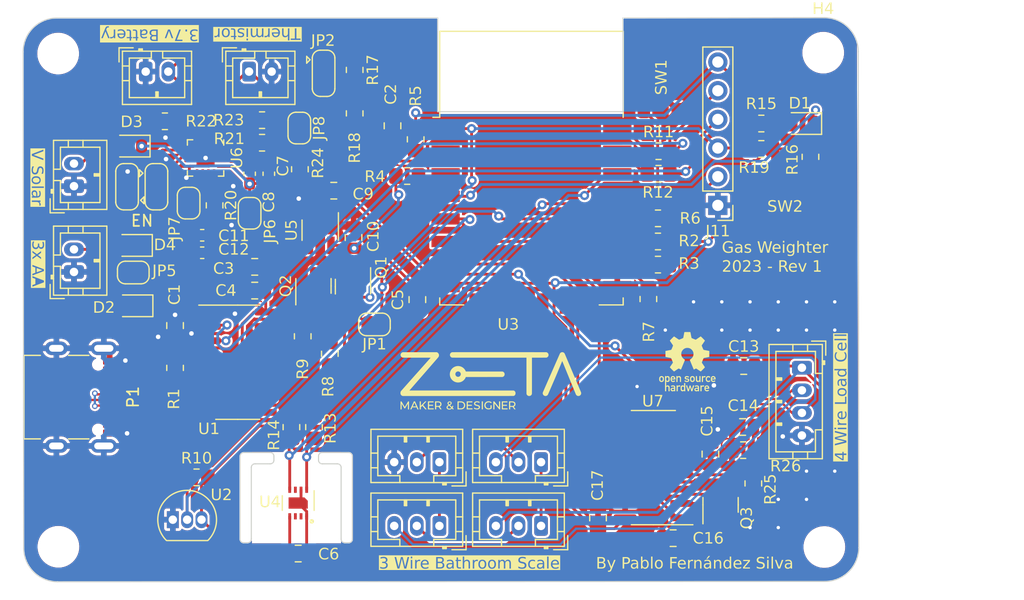
<source format=kicad_pcb>
(kicad_pcb (version 20240108) (generator "pcbnew") (generator_version "8.0")
  (title_block (comment 4 "AISLER Project ID: EQFQYMCR"))
  (layers (0 "F.Cu" signal) (31 "B.Cu" signal) (34 "B.Paste" user) (35 "F.Paste" user) (36 "B.SilkS" user "B.Silkscreen") (37 "F.SilkS" user "F.Silkscreen") (38 "B.Mask" user) (39 "F.Mask" user) (44 "Edge.Cuts" user))
  (property "AUTHOR_1" "Pablo Fernández Silva")
  (property "AUTHOR_2" "")
  (property "AUTHOR_3" "")
  (property "SUBTITLE" "ESP8266 Version")
  (net 0 "")
  (net 1 "Net-(U1-V3)")
  (net 2 "GND")
  (net 3 "/MCU/nRST")
  (net 4 "VBUS")
  (net 5 "+3.3V")
  (net 6 "Net-(D2-K)")
  (net 7 "VCC")
  (net 8 "/E+")
  (net 9 "Net-(U7-VFB)")
  (net 10 "Net-(U7-VBG)")
  (net 11 "/MCU/GPIO16")
  (net 12 "Net-(D1-A)")
  (net 13 "VDC")
  (net 14 "VAA")
  (net 15 "VBatt")
  (net 16 "Net-(J6-Pin_1)")
  (net 17 "Net-(J6-Pin_2)")
  (net 18 "Net-(J7-Pin_1)")
  (net 19 "/A-")
  (net 20 "Net-(J8-Pin_2)")
  (net 21 "/A+")
  (net 22 "/MCU/GPIO0")
  (net 23 "/MCU/TX")
  (net 24 "/MCU/RX")
  (net 25 "Net-(J12-Pin_1)")
  (net 26 "Net-(JP2-C)")
  (net 27 "/Power/EN1")
  (net 28 "/Power/EN2")
  (net 29 "Net-(JP7-A)")
  (net 30 "Net-(JP8-A)")
  (net 31 "Net-(P1-CC)")
  (net 32 "/D-")
  (net 33 "/D+")
  (net 35 "Net-(Q1-B)")
  (net 36 "Net-(Q1-E)")
  (net 37 "Net-(Q2-B)")
  (net 38 "Net-(Q2-E)")
  (net 39 "Net-(Q3-B)")
  (net 40 "/MCU/GPIO2")
  (net 41 "/MCU/EN")
  (net 42 "Net-(R6-Pad1)")
  (net 43 "/MCU/GPIO15")
  (net 44 "/MCU/1-Wire")
  (net 45 "Net-(U3-GPIO1{slash}TXD)")
  (net 46 "Net-(U3-GPIO3{slash}RXD)")
  (net 47 "/MCU/SDA")
  (net 48 "/MCU/SCL")
  (net 49 "Net-(R16-Pad1)")
  (net 50 "/MCU/VBATT")
  (net 51 "Net-(U6-ILIM)")
  (net 52 "Net-(U6-ITERM)")
  (net 53 "Net-(U6-~{CE})")
  (net 54 "Net-(U6-ISET)")
  (net 62 "/MCU/DOUT")
  (net 63 "/MCU/SCK")
  (footprint "Capacitor_SMD:C_0805_2012Metric" (layer "F.Cu") (at 166.9425 98.1875)
    (property "Reference" "C13")
    (property "Value" "10uF")
  )
  (footprint "Capacitor_SMD:C_0603_1608Metric_Pad1.08x0.95mm_HandSolder" (layer "F.Cu") (at 123.2 81.15 90)
    (property "Reference" "C8")
    (property "Value" "1uF")
  )
  (footprint "MountingHole:MountingHole_3.2mm_M3_ISO7380" (layer "F.Cu") (at 106.25 70.5)
    (property "Reference" "H1")
    (property "Value" "MountingHole")
  )
  (footprint "Connector_JST:JST_PH_B2B-PH-K_1x02_P2.00mm_Vertical" (layer "F.Cu") (at 123.15 72.1)
    (property "Reference" "J12" (hide yes))
    (property "Value" "NTC")
  )
  (footprint "Jumper:SolderJumper-2_P1.3mm_Open_RoundedPad1.0x1.5mm" (layer "F.Cu") (at 112.9 89.9 180)
    (property "Reference" "JP5")
    (property "Value" "Override Diode")
  )
  (footprint "Capacitor_SMD:C_0805_2012Metric" (layer "F.Cu") (at 135.85 76.9 90)
    (property "Reference" "C2")
    (property "Value" "470pF")
  )
  (footprint "Resistor_SMD:R_0805_2012Metric_Pad1.20x1.40mm_HandSolder" (layer "F.Cu") (at 159.35 85.1 180)
    (property "Reference" "R6")
    (property "Value" "330")
  )
  (footprint "Resistor_SMD:R_0805_2012Metric_Pad1.20x1.40mm_HandSolder" (layer "F.Cu") (at 172.85 79.65 90)
    (property "Reference" "R16")
    (property "Value" "330")
  )
  (footprint "Connector_JST:JST_PH_B3B-PH-K_1x03_P2.00mm_Vertical" (layer "F.Cu") (at 149 112.35 180)
    (property "Reference" "J9" (hide yes))
    (property "Value" "LR")
  )
  (footprint "Jumper:SolderJumper-3_P1.3mm_Bridged12_RoundedPad1.0x1.5mm" (layer "F.Cu") (at 129.75 72.25 -90)
    (property "Reference" "JP2")
    (property "Value" "BattSelec")
  )
  (footprint "Jumper:SolderJumper-3_P1.3mm_Bridged12_RoundedPad1.0x1.5mm" (layer "F.Cu") (at 114.95 82.3 -90)
    (property "Reference" "JP3" (hide yes))
    (property "Value" "EN1")
  )
  (footprint "Resistor_SMD:R_0805_2012Metric_Pad1.20x1.40mm_HandSolder" (layer "F.Cu") (at 124.3 78.4 180)
    (property "Reference" "R21")
    (property "Value" "10k")
  )
  (footprint "Package_TO_SOT_SMD:SOT-23" (layer "F.Cu") (at 132.35 91.15 -90)
    (property "Reference" "Q1")
    (property "Value" "S8050")
  )
  (footprint "LED_SMD:LED_0805_2012Metric" (layer "F.Cu") (at 172.15 76.7 180)
    (property "Reference" "D1")
    (property "Value" "LED")
  )
  (footprint "Capacitor_SMD:C_0805_2012Metric" (layer "F.Cu") (at 130.65 82.65 180)
    (property "Reference" "C9")
    (property "Value" "10uF")
  )
  (footprint "Resistor_SMD:R_0805_2012Metric_Pad1.20x1.40mm_HandSolder" (layer "F.Cu") (at 137.9 78.1 -90)
    (property "Reference" "R5")
    (property "Value" "10k")
  )
  (footprint "Sensor_Humidity:Sensirion_DFN-8-1EP_2.5x2.5mm_P0.5mm_EP1.1x1.7mm" (layer "F.Cu") (at 127.5 110.325 -90)
    (property "Reference" "U4")
    (property "Value" "SHT31-DIS")
  )
  (footprint "Connector_JST:JST_PH_B3B-PH-K_1x03_P2.00mm_Vertical" (layer "F.Cu") (at 149 106.7 180)
    (property "Reference" "J7" (hide yes))
    (property "Value" "UR")
  )
  (footprint "Resistor_SMD:R_0805_2012Metric_Pad1.20x1.40mm_HandSolder" (layer "F.Cu") (at 128.9 103.6 90)
    (property "Reference" "R13")
    (property "Value" "10k")
  )
  (footprint "Package_SO:SOP-16_3.9x9.9mm_P1.27mm" (layer "F.Cu") (at 158.9425 107.1875 180)
    (property "Reference" "U7")
    (property "Value" "HX711")
  )
  (footprint "Diode_SMD:D_0805_2012Metric" (layer "F.Cu") (at 112.9 87.5 180)
    (property "Reference" "D4")
    (property "Value" "SK34A")
  )
  (footprint "Resistor_SMD:R_0805_2012Metric_Pad1.20x1.40mm_HandSolder" (layer "F.Cu") (at 132.5 75.8 -90)
    (property "Reference" "R18")
    (property "Value" "4.7k")
  )
  (footprint "LOGO" (layer "F.Cu") (at 144.55 99.5)
    (property "Reference" "G***" (hide yes))
    (property "Value" "LOGO" (hide yes))
  )
  (footprint "Library:Button" (layer "F.Cu") (at 170.55 83.65)
    (property "Reference" "SW2")
    (property "Value" "SW_Push")
  )
  (footprint "Resistor_SMD:R_0805_2012Metric_Pad1.20x1.40mm_HandSolder" (layer "F.Cu") (at 137.15 81.35)
    (property "Reference" "R4")
    (property "Value" "10k")
  )
  (footprint "Capacitor_SMD:C_0805_2012Metric" (layer "F.Cu") (at 123.65 91.5 180)
    (property "Reference" "C4")
    (property "Value" "1uF")
  )
  (footprint "Capacitor_SMD:C_0805_2012Metric" (layer "F.Cu") (at 132.4 86.8 90)
    (property "Reference" "C10")
    (property "Value" "10uF")
  )
  (footprint "Resistor_SMD:R_0805_2012Metric_Pad1.20x1.40mm_HandSolder" (layer "F.Cu") (at 118.5 108.05)
    (property "Reference" "R10")
    (property "Value" "4.7k")
  )
  (footprint "Jumper:SolderJumper-2_P1.3mm_Open_RoundedPad1.0x1.5mm" (layer "F.Cu") (at 134.25 94.5 180)
    (property "Reference" "JP1")
    (property "Value" "DeepSleep")
  )
  (footprint "Package_DFN_QFN:VQFN-16-1EP_3x3mm_P0.5mm_EP1.6x1.6mm" (layer "F.Cu") (at 119.3 79.75 -90)
    (property "Reference" "U6")
    (property "Value" "BQ24074RGT")
  )
  (footprint "MountingHole:MountingHole_3.2mm_M3_ISO7380" (layer "F.Cu") (at 174.07868 114.22132)
    (property "Reference" "H3")
    (property "Value" "MountingHole")
  )
  (footprint "Resistor_SMD:R_0805_2012Metric_Pad1.20x1.40mm_HandSolder" (layer "F.Cu") (at 120.1 83.95 -90)
    (property "Reference" "R20")
    (property "Value" "1k")
  )
  (footprint "Capacitor_SMD:C_0805_2012Metric" (layer "F.Cu") (at 116.6 94.6 90)
    (property "Reference" "C1")
    (property "Value" "0.1uF")
  )
  (footprint "Package_SO:SOIC-16_3.9x9.9mm_P1.27mm" (layer "F.Cu") (at 122.15 97.85)
    (property "Reference" "U1")
    (property "Value" "CH340C")
  )
  (footprint "Capacitor_SMD:C_0603_1608Metric_Pad1.08x0.95mm_HandSolder" (layer "F.Cu") (at 119 88.15)
    (property "Reference" "C12")
    (property "Value" "1uF")
  )
  (footprint "Jumper:SolderJumper-2_P1.3mm_Open_RoundedPad1.0x1.5mm" (layer "F.Cu") (at 123.2 84.65 90)
    (property "Reference" "JP6")
    (property "Value" "Override Charger")
  )
  (footprint "Package_TO_SOT_SMD:SOT-23" (layer "F.Cu") (at 128.85 91.0875 90)
    (property "Reference" "Q2")
    (property "Value" "S8050")
  )
  (footprint "Capacitor_SMD:C_0603_1608Metric_Pad1.08x0.95mm_HandSolder" (layer "F.Cu") (at 119 86.6)
    (property "Reference" "C11")
    (property "Value" "10uF")
  )
  (footprint "Library:USB C Molex_1" (layer "F.Cu") (at 108.3 100.94 -90)
    (property "Reference" "P1")
    (property "Value" "USB_C_Plug_USB2.0")
  )
  (footprint "MountingHole:MountingHole_3.2mm_M3_ISO7380" (layer "F.Cu") (at 106.27132 114.2)
    (property "Reference" "H2")
    (property "Value" "MountingHole")
  )
  (footprint "Resistor_SMD:R_0805_2012Metric_Pad1.20x1.40mm_HandSolder" (layer "F.Cu") (at 159.4 79.15)
    (property "Reference" "R11")
    (property "Value" "330")
  )
  (footprint "Resistor_SMD:R_0805_2012Metric_Pad1.20x1.40mm_HandSolder" (layer "F.Cu") (at 115.7 76.5)
    (property "Reference" "R22")
    (property "Value" "10k")
  )
  (footprint "MountingHole:MountingHole_3.2mm_M3_ISO7380" (layer "F.Cu") (at 173.97868 70.42132)
    (property "Reference" "H4")
    (property "Value" "MountingHole")
  )
  (footprint "Diode_SMD:D_0805_2012Metric" (layer "F.Cu") (at 112.7 78.7 180)
    (property "Reference" "D3")
    (property "Value" "SK34A")
  )
  (footprint "Package_TO_SOT_SMD:SOT-23-5_HandSoldering" (layer "F.Cu") (at 129.45 86.15 -90)
    (property "Reference" "U5")
    (property "Value" "NCP115AMX120TCG")
  )
  (footprint "Resistor_SMD:R_0805_2012Metric_Pad1.20x1.40mm_HandSolder" (layer "F.Cu") (at 166.8925 105.6375)
    (property "Reference" "R26")
    (property "Value" "330")
  )
  (footprint "Capacitor_SMD:C_0805_2012Metric" (layer "F.Cu") (at 127.5 114.8)
    (property "Reference" "C6")
    (property "Value" "0.1uF")
  )
  (footprint "Resistor_SMD:R_0805_2012Metric_Pad1.20x1.40mm_HandSolder" (layer "F.Cu") (at 116.6 98.35 90)
    (property "Reference" "R1")
    (property "Value" "4.7k")
  )
  (footprint "Resistor_SMD:R_0805_2012Metric_Pad1.20x1.40mm_HandSolder" (layer "F.Cu") (at 158.5 92.25 90)
    (property "Reference" "R7")
    (property "Value" "10k")
  )
  (footprint "Connector_PinHeader_2.54mm:PinHeader_1x06_P2.54mm_Vertical" (layer "F.Cu") (at 164.65 83.95 180)
    (property "Reference" "J11")
    (property "Value" "External Programming")
  )
  (footprint "Diode_SMD:D_0805_2012Metric" (layer "F.Cu") (at 112.95 92.85 180)
    (property "Reference" "D2")
    (property "Value" "SK34A")
  )
  (footprint "Package_TO_SOT_THT:TO-92_Inline" (layer "F.Cu") (at 116.4 111.8)
    (property "Reference" "U2")
    (property "Value" "DS18B20")
  )
  (footprint "Resistor_SMD:R_0805_2012Metric_Pad1.20x1.40mm_HandSolder" (layer "F.Cu") (at 159.35 87.15 180)
    (property "Reference" "R2")
    (property "Value" "10k")
  )
  (footprint "Package_TO_SOT_SMD:SOT-23" (layer "F.Cu") (at 164.8925 110.4875 90)
    (property "Reference" "Q3")
    (property "Value" "S8550")
  )
  (footprint "Resistor_SMD:R_0805_2012Metric_Pad1.20x1.40mm_HandSolder" (layer "F.Cu") (at 126.9 103.6 90)
    (property "Reference" "R14")
    (property "Value" "10k")
  )
  (footprint "Connector_JST:JST_PH_B3B-PH-K_1x03_P2.00mm_Vertical" (layer "F.Cu") (at 140 106.7 180)
    (property "Reference" "J6" (hide yes))
    (property "Value" "UL")
  )
  (footprint "Connector_JST:JST_PH_B2B-PH-K_1x02_P2.00mm_Vertical" (layer "F.Cu") (at 107.65 82.25 90)
    (property "Reference" "J2" (hide yes))
    (property "Value" "Solar Panel")
  )
  (footprint "Connector_JST:JST_PH_B2B-PH-K_1x02_P2.00mm_Vertical" (layer "F.Cu") (at 114 72.1)
    (property "Reference" "J1" (hide yes))
    (property "Value" "3.7V Battery")
  )
  (footprint "Capacitor_SMD:C_0805_2012Metric" (layer "F.Cu") (at 123.65 89.4 180)
    (property "Reference" "C3")
    (property "Value" "0.1uF")
  )
  (footprint "LOGO" (layer "F.Cu") (at 161.95 97.8)
    (property "Reference" "G***" (hide yes))
    (property "Value" "LOGO" (hide yes))
  )
  (footprint "Resistor_SMD:R_0805_2012Metric_Pad1.20x1.40mm_HandSolder" (layer "F.Cu") (at 132.5 71.95 -90)
    (property "Reference" "R17")
    (property "Value" "10k")
  )
  (footprint "Jumper:SolderJumper-2_P1.3mm_Bridged_RoundedPad1.0x1.5mm" (layer "F.Cu") (at 117.8 83.75 -90)
    (property "Reference" "JP7")
    (property "Value" "Battery_Out")
  )
  (footprint "Resistor_SMD:R_0805_2012Metric_Pad1.20x1.40mm_HandSolder" (layer "F.Cu") (at 127.65 80.75 -90)
    (property "Reference" "R24")
    (property "Value" "10k")
  )
  (footprint "Resistor_SMD:R_0805_2012Metric_Pad1.20x1.40mm_HandSolder" (layer "F.Cu") (at 127.9 95.55 -90)
    (property "Reference" "R9")
    (property "Value" "10k")
  )
  (footprint "Resistor_SMD:R_0805_2012Metric_Pad1.20x1.40mm_HandSolder" (layer "F.Cu") (at 168.5 76.7 180)
    (property "Reference" "R15")
    (property "Value" "330")
  )
  (footprint "Resistor_SMD:R_0805_2012Metric_Pad1.20x1.40mm_HandSolder" (layer "F.Cu") (at 159.4 81.15)
    (property "Reference" "R12")
    (property "Value" "330")
  )
  (footprint "Capacitor_SMD:C_0805_2012Metric" (layer "F.Cu") (at 160.6925 113.4375)
    (property "Reference" "C16")
    (property "Value" "10uF")
  )
  (footprint "Resistor_SMD:R_0805_2012Metric_Pad1.20x1.40mm_HandSolder" (layer "F.Cu") (at 159.35 89.2 180)
    (property "Reference" "R3")
    (property "Value" "10k")
  )
  (footprint "RF_Module:ESP-12E" (layer "F.Cu") (at 148.15 80.65)
    (property "Reference" "U3")
    (property "Value" "ESP-12F")
  )
  (footprint "Capacitor_SMD:C_0805_2012Metric" (layer "F.Cu") (at 138.05 92.3 90)
    (property "Reference" "C5")
    (property "Value" "10uF")
  )
  (footprint "Capacitor_SMD:C_0603_1608Metric_Pad1.08x0.95mm_HandSolder" (layer "F.Cu") (at 124.9 81.15 90)
    (property "Reference" "C7")
    (property "Value" "10uF")
  )
  (footprint "Capacitor_SMD:C_0805_2012Metric" (layer "F.Cu") (at 163.9925 105.9875 -90)
    (property "Reference" "C15")
    (property "Value" "0.1uF")
  )
  (footprint "Capacitor_SMD:C_0805_2012Metric" (layer "F.Cu") (at 154.0425 111.6375 90)
    (property "Reference" "C17")
    (property "Value" "0.1uF")
  )
  (footprint "Resistor_SMD:R_0805_2012Metric_Pad1.20x1.40mm_HandSolder" (layer "F.Cu") (at 167.7925 108.5875 -90)
    (property "Reference" "R25")
    (property "Value" "330")
  )
  (footprint "Jumper:SolderJumper-2_P1.3mm_Bridged_RoundedPad1.0x1.5mm" (layer "F.Cu") (at 127.6 77.1 90)
    (property "Reference" "JP8")
    (property "Value" "NTC Jumper")
  )
  (footprint "Resistor_SMD:R_0805_2012Metric_Pad1.20x1.40mm_HandSolder" (layer "F.Cu") (at 130.3 97.1 90)
    (property "Reference" "R8")
    (property "Value" "10k")
  )
  (footprint "Connector_JST:JST_PH_B4B-PH-K_1x04_P2.00mm_Vertical" (layer "F.Cu") (at 172.0925 98.3375 -90)
    (property "Reference" "J10" (hide yes))
    (property "Value" "4Wire")
  )
  (footprint "Jumper:SolderJumper-3_P1.3mm_Bridged12_RoundedPad1.0x1.5mm" (layer "F.Cu") (at 112.35 82.3 90)
    (property "Reference" "JP4" (hide yes))
    (property "Value" "EN2")
  )
  (footprint "Resistor_SMD:R_0805_2012Metric_Pad1.20x1.40mm_HandSolder" (layer "F.Cu") (at 124.3 76.4)
    (property "Reference" "R23")
    (property "Value" "1k")
  )
  (footprint "Connector_JST:JST_PH_B2B-PH-K_1x02_P2.00mm_Vertical" (layer "F.Cu") (at 107.65 89.85 90)
    (property "Reference" "J3" (hide yes))
    (property "Value" "AA")
  )
  (footprint "Resistor_SMD:R_0805_2012Metric_Pad1.20x1.40mm_HandSolder" (layer "F.Cu") (at 168.5 78.95 180)
    (property "Reference" "R19")
    (property "Value" "330")
  )
  (footprint "Capacitor_SMD:C_0805_2012Metric" (layer "F.Cu") (at 166.8425 103.5875 180)
    (property "Reference" "C14")
    (property "Value" "0.1uF")
  )
  (footprint "Library:Button" (layer "F.Cu") (at 159.6 72.55 90)
    (property "Reference" "SW1")
    (property "Value" "SW_Push")
  )
  (footprint "Connector_JST:JST_PH_B3B-PH-K_1x03_P2.00mm_Vertical" (layer "F.Cu") (at 140 112.35 180)
    (property "Reference" "J8" (hide yes))
    (property "Value" "LL")
  )
  (gr_circle (center 128.7 111.95) (end 128.7 111.9) (stroke (width 0.15)) (fill none) (layer "F.SilkS"))
  (gr_arc (start 123.35 113.5) (mid 123.252444 113.752444) (end 123 113.85) (stroke (width 0.1)) (layer "Edge.Cuts"))
  (gr_line (start 139.85 67.35) (end 106.15 67.35) (stroke (width 0.1)) (layer "Edge.Cuts"))
  (gr_arc (start 125.35 106.55) (mid 125.237132 106.772487) (end 125 106.85) (stroke (width 0.1)) (layer "Edge.Cuts"))
  (gr_line (start 123.7 106.85) (end 125 106.85) (stroke (width 0.1)) (layer "Edge.Cuts"))
  (gr_arc (start 132.3 113.5) (mid 132.222487 113.737132) (end 132 113.85) (stroke (width 0.1)) (layer "Edge.Cuts"))
  (gr_line (start 103.2 114.3) (end 103.15 70.35) (stroke (width 0.1)) (layer "Edge.Cuts"))
  (gr_line (start 131.3 113.5) (end 131.3 107.15) (stroke (width 0.1)) (layer "Edge.Cuts"))
  (gr_arc (start 131.95 105.85) (mid 132.202444 105.947556) (end 132.3 106.2) (stroke (width 0.1)) (layer "Edge.Cuts"))
  (gr_arc (start 177.12868 114.27132) (mid 176.249992 116.39262) (end 174.12868 117.27132) (stroke (width 0.1)) (layer "Edge.Cuts"))
  (gr_line (start 132 113.85) (end 131.65 113.85) (stroke (width 0.1)) (layer "Edge.Cuts"))
  (gr_line (start 129.6 105.85) (end 131.95 105.85) (stroke (width 0.1)) (layer "Edge.Cuts"))
  (gr_line (start 156.25 75.65) (end 139.85 75.65) (stroke (width 0.1)) (layer "Edge.Cuts"))
  (gr_arc (start 106.2 117.3) (mid 104.07868 116.42132) (end 103.2 114.3) (stroke (width 0.1)) (layer "Edge.Cuts"))
  (gr_line (start 132.3 106.2) (end 132.3 113.5) (stroke (width 0.1)) (layer "Edge.Cuts"))
  (gr_arc (start 122.65 113.85) (mid 122.427513 113.737132) (end 122.35 113.5) (stroke (width 0.1)) (layer "Edge.Cuts"))
  (gr_line (start 122.65 113.85) (end 123 113.85) (stroke (width 0.1)) (layer "Edge.Cuts"))
  (gr_line (start 156.25 67.35) (end 156.25 75.65) (stroke (width 0.1)) (layer "Edge.Cuts"))
  (gr_line (start 129.3 106.55) (end 129.3 106.2) (stroke (width 0.1)) (layer "Edge.Cuts"))
  (gr_arc (start 122.35 106.2) (mid 122.447556 105.947556) (end 122.7 105.85) (stroke (width 0.1)) (layer "Edge.Cuts"))
  (gr_line (start 174.07868 67.32132) (end 156.25 67.35) (stroke (width 0.1)) (layer "Edge.Cuts"))
  (gr_line (start 122.35 106.2) (end 122.35 113.5) (stroke (width 0.1)) (layer "Edge.Cuts"))
  (gr_line (start 130.95 106.85) (end 129.65 106.85) (stroke (width 0.1)) (layer "Edge.Cuts"))
  (gr_arc (start 103.15 70.35) (mid 104.02868 68.22868) (end 106.15 67.35) (stroke (width 0.1)) (layer "Edge.Cuts"))
  (gr_arc (start 174.07868 67.32132) (mid 176.200006 68.199994) (end 177.07868 70.32132) (stroke (width 0.1)) (layer "Edge.Cuts"))
  (gr_line (start 177.12868 114.27132) (end 177.07868 70.32132) (stroke (width 0.1)) (layer "Edge.Cuts"))
  (gr_arc (start 129.65 106.85) (mid 129.412868 106.772487) (end 129.3 106.55) (stroke (width 0.1)) (layer "Edge.Cuts"))
  (gr_arc (start 130.95 106.85) (mid 131.187132 106.927513) (end 131.3 107.15) (stroke (width 0.1)) (layer "Edge.Cuts"))
  (gr_line (start 125.05 105.85) (end 122.7 105.85) (stroke (width 0.1)) (layer "Edge.Cuts"))
  (gr_line (start 125.35 106.55) (end 125.35 106.2) (stroke (width 0.1)) (layer "Edge.Cuts"))
  (gr_line (start 106.2 117.3) (end 174.12868 117.27132) (stroke (width 0.1)) (layer "Edge.Cuts"))
  (gr_arc (start 129.3 106.2) (mid 129.377513 105.962868) (end 129.6 105.85) (stroke (width 0.1)) (layer "Edge.Cuts"))
  (gr_arc (start 131.65 113.85) (mid 131.397556 113.752444) (end 131.3 113.5) (stroke (width 0.1)) (layer "Edge.Cuts"))
  (gr_arc (start 123.35 107.15) (mid 123.462868 106.927513) (end 123.7 106.85) (stroke (width 0.1)) (layer "Edge.Cuts"))
  (gr_line (start 139.85 75.65) (end 139.85 67.35) (stroke (width 0.1)) (layer "Edge.Cuts"))
  (gr_line (start 123.35 113.5) (end 123.35 107.15) (stroke (width 0.1)) (layer "Edge.Cuts"))
  (gr_arc (start 125.05 105.85) (mid 125.272487 105.962868) (end 125.35 106.2) (stroke (width 0.1)) (layer "Edge.Cuts"))
  (gr_text "Thermistor" (at 127.7 68.1 180) (layer "F.SilkS" knockout) (effects (font (size 1 1)) (justify left bottom)))
  (gr_text "3x AA" (at 103.8 87.05 270) (layer "F.SilkS" knockout) (effects (font (size 1 1)) (justify left bottom)))
  (gr_text "V Solar" (at 103.75 79 270) (layer "F.SilkS" knockout) (effects (font (size 1 1)) (justify left bottom)))
  (gr_text "EN" (at 112.6 85.9 0) (layer "F.SilkS") (effects (font (size 1 1)) (justify left bottom)))
  (gr_text "3 Wire Bathroom Scale" (at 134.65 116.3 0) (layer "F.SilkS" knockout) (effects (font (size 1 1)) (justify left bottom)))
  (gr_text "Gas Weighter\n2023 - Rev 1\n" (at 165 90 0) (layer "F.SilkS") (effects (font (size 1 1)) (justify left bottom)))
  (gr_text "4 Wire Load Cell" (at 176.2 106.6 90) (layer "F.SilkS" knockout) (effects (font (size 1 1)) (justify left bottom)))
  (gr_text "By Pablo Fernández Silva" (at 153.85 116.3 0) (layer "F.SilkS") (effects (font (size 1 1)) (justify left bottom)))
  (gr_text "3.7v Battery" (at 118.7 68.2 180) (layer "F.SilkS" knockout) (effects (font (size 1 1)) (justify left bottom)))
  (segment (start 118.265 97.215) (end 119.675 97.215) (width 0.25) (layer "F.Cu") (net 1))
  (segment (start 116.6 95.55) (end 118.265 97.215) (width 0.25) (layer "F.Cu") (net 1))
  (segment (start 127.55 83.35) (end 129 83.35) (width 0.25) (layer "F.Cu") (net 2))
  (segment (start 127.5 110.325) (end 128.25 111.075) (width 0.25) (layer "F.Cu") (net 2))
  (segment (start 119.55 80) (end 119.3 79.75) (width 0.25) (layer "F.Cu") (net 2))
  (segment (start 129 83.35) (end 129.7 82.65) (width 0.25) (layer "F.Cu") (net 2))
  (segment (start 117.8625 80.5) (end 117.9125 80.45) (width 0.2) (layer "F.Cu") (net 2))
  (segment (start 129.45 84.8) (end 129.45 82.9) (width 0.25) (layer "F.Cu") (net 2))
  (segment (start 128.25 111.075) (end 128.25 111.5) (width 0.25) (layer "F.Cu") (net 2))
  (segment (start 129.45 82.9) (end 129.7 82.65) (width 0.25) (layer "F.Cu") (net 2))
  (segment (start 118.6 80.45) (end 119.3 79.75) (width 0.2) (layer "F.Cu") (net 2))
  (segment (start 127.5 110.325) (end 127.75 110.075) (width 0.25) (layer "F.Cu") (net 2))
  (segment (start 120.7375 80) (end 119.55 80) (width 0.25) (layer "F.Cu") (net 2))
  (segment (start 128.25 114.6) (end 128.45 114.8) (width 0.25) (layer "F.Cu") (net 2))
  (segment (start 117.9125 80.45) (end 118.6 80.45) (width 0.2) (layer "F.Cu") (net 2))
  (segment (start 128.25 111.5) (end 128.25 114.6) (width 0.25) (layer "F.Cu") (net 2))
  (segment (start 127.75 110.075) (end 127.75 109.15) (width 0.25) (layer "F.Cu") (net 2))
  (via (at 118.05 95.3) (size 0.8) (drill 0.4) (layers "F.Cu" "B.Cu") (net 2))
  (via (at 115.8 79.85) (size 0.8) (drill 0.4) (layers "F.Cu" "B.Cu") (net 2))
  (via (at 172.5 95) (size 0.5) (drill 0.3) (layers "F.Cu" "B.Cu") (net 2))
  (via (at 175 107.5) (size 0.5) (drill 0.3) (layers "F.Cu" "B.Cu") (net 2))
  (via (at 116.6 93.65) (size 0.8) (drill 0.4) (layers "F.Cu" "B.Cu") (net 2))
  (via (at 167.5 112.5) (size 0.5) (drill 0.3) (layers "F.Cu" "B.Cu") (net 2))
  (via (at 172.5 110) (size 0.5) (drill 0.3) (layers "F.Cu" "B.Cu") (net 2))
  (via (at 165 92.5) (size 0.5) (drill 0.3) (layers "F.Cu" "B.Cu") (net 2))
  (via (at 170.4 104.425) (size 0.8) (drill 0.4) (layers "F.Cu" "B.Cu") (net 2))
  (via (at 172.5 92.5) (size 0.5) (drill 0.3) (layers "F.Cu" "B.Cu") (net 2))
  (via (at 115.75 77.95) (size 0.8) (drill 0.4) (layers "F.Cu" "B.Cu") (net 2))
  (via (at 164.3 99.9) (size 0.8) (drill 0.4) (layers "F.Cu" "B.Cu") (net 2))
  (via (at 112.35 104.15) (size 0.8) (drill 0.4) (layers "F.Cu" "B.Cu") (net 2))
  (via (at 175 95) (size 0.5) (drill 0.3) (layers "F.Cu" "B.Cu") (net 2))
  (via (at 119.3 79.75) (size 0.8) (drill 0.4) (layers "F.Cu" "B.Cu") (net 2))
  (via (at 167.5 95) (size 0.5) (drill 0.3) (layers "F.Cu" "B.Cu") (net 2))
  (via (at 112.4 80.95) (size 0.8) (drill 0.4) (layers "F.Cu" "B.Cu") (net 2))
  (via (at 157.5 100) (size 0.5) (drill 0.3) (layers "F.Cu" "B.Cu") (net 2))
  (via (at 175 92.5) (size 0.5) (drill 0.3) (layers "F.Cu" "B.Cu") (net 2))
  (via (at 160 95) (size 0.5) (drill 0.3) (layers "F.Cu" "B.Cu") (net 2))
  (via (at 115.1 95.6) (size 0.8) (drill 0.4) (layers "F.Cu" "B.Cu") (net 2))
  (via (at 170 92.5) (size 0.5) (drill 0.3) (layers "F.Cu" "B.Cu") (net 2))
  (via (at 170 110) (size 0.5) (drill 0.3) (layers "F.Cu" "B.Cu") (net 2))
  (via (at 165 95) (size 0.5) (drill 0.3) (layers "F.Cu" "B.Cu") (net 2))
  (via (at 117.6 81.5) (size 0.8) (drill 0.4) (layers "F.Cu" "B.Cu") (net 2))
  (via (at 170 95) (size 0.5) (drill 0.3) (layers "F.Cu" "B.Cu") (net 2))
  (via (at 167.5 92.5) (size 0.5) (drill 0.3) (layers "F.Cu" "B.Cu") (net 2))
  (via (at 121.6 85.7) (size 0.8) (drill 0.4) (layers "F.Cu" "B.Cu") (net 2))
  (via (at 172.5 107.5) (size 0.5) (drill 0.3) (layers "F.Cu" "B.Cu") (net 2))
  (via (at 121.75 82.25) (size 0.8) (drill 0.4) (layers "F.Cu" "B.Cu") (net 2))
  (via (at 162.5 92.5) (size 0.5) (drill 0.3) (layers "F.Cu" "B.Cu") (net 2))
  (via (at 170 112.5) (size 0.5) (drill 0.3) (layers "F.Cu" "B.Cu") (net 2))
  (via (at 127.55 83.35) (size 0.8) (drill 0.4) (layers "F.Cu" "B.Cu") (net 2))
  (via (at 164.65 103.8) (size 0.8) (drill 0.4) (layers "F.Cu" "B.Cu") (net 2))
  (via (at 121.9 93.55) (size 0.8) (drill 0.4) (layers "F.Cu" "B.Cu") (net 2))
  (via (at 112.2 97.7) (size 0.8) (drill 0.4) (layers "F.Cu" "B.Cu") (net 2))
  (segment (start 133.6 94.5) (end 132.35 93.25) (width 0.25) (layer "F.Cu") (net 3))
  (segment (start 132.35 92.0875) (end 133.8375 92.0875) (width 0.25) (layer "F.Cu") (net 3))
  (segment (start 142.85 81.7) (end 142.9 81.75) (width 0.25) (layer "F.Cu") (net 3))
  (segment (start 164.65 78.87) (end 167.42 78.87) (width 0.25) (layer "F.Cu") (net 3))
  (segment (start 137.9 79.1) (end 139.85 77.15) (width 0.25) (layer "F.Cu") (net 3))
  (segment (start 133.8375 92.0875) (end 133.85 92.1) (width 0.25) (layer "F.Cu") (net 3))
  (segment (start 142.85 77.15) (end 142.85 81.7) (width 0.25) (layer "F.Cu") (net 3))
  (segment (start 135.85 77.85) (end 137.1 79.1) (width 0.25) (layer "F.Cu") (net 3))
  (segment (start 139.85 77.15) (end 140.55 77.15) (width 0.25) (layer "F.Cu") (net 3))
  (segment (start 140.55 77.15) (end 142.85 77.15) (width 0.25) (layer "F.Cu") (net 3))
  (segment (start 137.1 79.1) (end 137.9 79.1) (width 0.25) (layer "F.Cu") (net 3))
  (segment (start 133.85 92.1) (end 133.65 92.1) (width 0.25) (layer "F.Cu") (net 3))
  (segment (start 167.42 78.87) (end 167.5 78.95) (width 0.25) (layer "F.Cu") (net 3))
  (segment (start 132.35 93.25) (end 132.35 92.0875) (width 0.25) (layer "F.Cu") (net 3))
  (via (at 142.85 77.15) (size 0.8) (drill 0.4) (layers "F.Cu" "B.Cu") (net 3))
  (via (at 142.9 81.75) (size 0.8) (drill 0.4) (layers "F.Cu" "B.Cu") (net 3))
  (via (at 133.85 92.1) (size 0.8) (drill 0.4) (layers "F.Cu" "B.Cu") (net 3))
  (segment (start 142.85 77.15) (end 162.93 77.15) (width 0.25) (layer "B.Cu") (net 3))
  (segment (start 142.025 83.025) (end 142.025 82.749695) (width 0.25) (layer "B.Cu") (net 3))
  (segment (start 142.025 82.749695) (end 142.449695 82.325) (width 0.25) (layer "B.Cu") (net 3))
  (segment (start 133.85 92.1) (end 133.85 91.2) (width 0.25) (layer "B.Cu") (net 3))
  (segment (start 142.449695 82.325) (end 142.725 82.325) (width 0.25) (layer "B.Cu") (net 3))
  (segment (start 142.725 82.325) (end 142.9 82.15) (width 0.25) (layer "B.Cu") (net 3))
  (segment (start 133.85 91.2) (end 142.025 83.025) (width 0.25) (layer "B.Cu") (net 3))
  (segment (start 162.93 77.15) (end 164.65 78.87) (width 0.25) (layer "B.Cu") (net 3))
  (segment (start 142.9 82.15) (end 142.9 81.75) (width 0.25) (layer "B.Cu") (net 3))
  (segment (start 142.9 81.75) (end 142.85 81.8) (width 0.25) (layer "B.Cu") (net 3))
  (segment (start 124 92.78) (end 115.92 92.78) (width 0.25) (layer "F.Cu") (net 4))
  (segment (start 123.595 93.405) (end 124.625 93.405) (width 0.25) (layer "F.Cu") (net 4))
  (segment (start 114.19 94.51) (end 114.19 95.25) (width 0.25) (layer "F.Cu") (net 4))
  (segment (start 124.625 93.405) (end 124.625 91.525) (width 0.25) (layer "F.Cu") (net 4))
  (segment (start 120.266751 103.35) (end 121.35 102.266751) (width 0.25) (layer "F.Cu") (net 4))
  (segment (start 115.92 92.78) (end 114.19 94.51) (width 0.25) (layer "F.Cu") (net 4))
  (segment (start 114.19 95.25) (end 114.19 98.475) (width 0.25) (layer "F.Cu") (net 4))
  (segment (start 122.55 96.95) (end 122.55 94.45) (width 0.25) (layer "F.Cu") (net 4))
  (segment (start 124.625 91.525) (end 124.6 91.5) (width 0.25) (layer "F.Cu") (net 4))
  (segment (start 110.82 103.35) (end 120.266751 103.35) (width 0.25) (layer "F.Cu") (net 4))
  (segment (start 110.81 103.34) (end 110.82 103.35) (width 0.25) (layer "F.Cu") (net 4))
  (segment (start 124.6 91.5) (end 124.6 89.4) (width 0.25) (layer "F.Cu") (net 4))
  (segment (start 112.0125 92.85) (end 114.19 95.0275) (width 0.25) (layer "F.Cu") (net 4))
  (segment (start 114.19 95.0275) (end 114.19 95.25) (width 0.25) (layer "F.Cu") (net 4))
  (segment (start 121.35 102.266751) (end 121.35 98.15) (width 0.25) (layer "F.Cu") (net 4))
  (segment (start 124.625 93.405) (end 124 92.78) (width 0.25) (layer "F.Cu") (net 4))
  (segment (start 114.19 98.475) (end 114.125 98.54) (width 0.25) (layer "F.Cu") (net 4))
  (segment (start 114.125 98.54) (end 110.81 98.54) (width 0.25) (layer "F.Cu") (net 4))
  (segment (start 121.35 98.15) (end 122.55 96.95) (width 0.25) (layer "F.Cu") (net 4))
  (segment (start 122.55 94.45) (end 123.595 93.405) (width 0.25) (layer "F.Cu") (net 4))
  (segment (start 119.5 108.05) (end 124.05 103.5) (width 0.25) (layer "F.Cu") (net 5))
  (segment (start 136.15 82.75) (end 136.4 83) (width 0.25) (layer "F.Cu") (net 5))
  (segment (start 137.9 77.1) (end 137.9 75.75) (width 0.25) (layer "F.Cu") (net 5))
  (segment (start 160.35 89.2) (end 160.35 87.15) (width 0.25) (layer "F.Cu") (net 5))
  (segment (start 150.25 90.8) (end 150.2 90.85) (width 0.25) (layer "F.Cu") (net 5))
  (segment (start 132.45 87.75) (end 134.45 87.75) (width 0.25) (layer "F.Cu") (net 5))
  (segment (start 167.5 74.1) (end 164.65 71.25) (width 0.25) (layer "F.Cu") (net 5))
  (segment (start 118.94 108.61) (end 119.5 108.05) (width 0.25) (layer "F.Cu") (net 5))
  (segment (start 132.4 87.75) (end 132.45 87.75) (width 0.25) (layer "F.Cu") (net 5))
  (segment (start 125.966751 102.6) (end 129.05 102.6) (width 0.25) (layer "F.Cu") (net 5))
  (segment (start 140.85 90.85) (end 140.55 91.15) (width 0.25) (layer "F.Cu") (net 5))
  (segment (start 151.2 110.15) (end 151.2 94.75) (width 0.25) (layer "F.Cu") (net 5))
  (segment (start 138.25 91.15) (end 140.55 91.15) (width 0.25) (layer "F.Cu") (net 5))
  (segment (start 160.35 87.15) (end 163.8 87.15) (width 0.25) (layer "F.Cu") (net 5))
  (segment (start 154.0425 112.5875) (end 155.4875 112.5875) (width 0.25) (layer "F.Cu") (net 5))
  (segment (start 163.8 87.15) (end 166.4 84.55) (width 0.25) (layer "F.Cu") (net 5))
  (segment (start 129.05 102.6) (end 137 94.65) (width 0.25) (layer "F.Cu") (net 5))
  (segment (start 168.425 79.638173) (end 168.425 77.625) (width 0.25) (layer "F.Cu") (net 5))
  (segment (start 166.4 84.55) (end 166.4 81.4) (width 0.25) (layer "F.Cu") (net 5))
  (segment (start 136.15 81.35) (end 136.15 82.75) (width 0.25) (layer "F.Cu") (net 5))
  (segment (start 137 94.65) (end 137 92.4) (width 0.25) (layer "F.Cu") (net 5))
  (segment (start 118.94 111.8) (end 121.94 114.8) (width 0.25) (layer "F.Cu") (net 5))
  (segment (start 124.05 103.5) (end 125.066751 103.5) (width 0.25) (layer "F.Cu") (net 5))
  (segment (start 126.55 114.8) (end 126.75 114.6) (width 0.25) (layer "F.Cu") (net 5))
  (segment (start 138.05 91.35) (end 138.25 91.15) (width 0.25) (layer "F.Cu") (net 5))
  (segment (start 126.75 114.6) (end 126.75 111.5) (width 0.25) (layer "F.Cu") (net 5))
  (segment (start 168.088173 79.975) (end 168.425 79.638173) (width 0.25) (layer "F.Cu") (net 5))
  (segment (start 150.15 93.7) (end 150.15 90.9) (width 0.25) (layer "F.Cu") (net 5))
  (segment (start 154.0425 112.5875) (end 153.6375 112.5875) (width 0.25) (layer "F.Cu") (net 5))
  (segment (start 137 92.4) (end 138.05 91.35) (width 0.25) (layer "F.Cu") (net 5))
  (segment (start 167.5 76.7) (end 167.5 74.1) (width 0.25) (layer "F.Cu") (net 5))
  (segment (start 153.6375 112.5875) (end 151.2 110.15) (width 0.25) (layer "F.Cu") (net 5))
  (segment (start 150.15 90.9) (end 150.25 90.8) (width 0.25) (layer "F.Cu") (net 5))
  (segment (start 134.45 87.75) (end 138 91.3) (width 0.25) (layer "F.Cu") (net 5))
  (segment (start 132.15 87.5) (end 132.4 87.75) (width 0.25) (layer "F.Cu") (net 5))
  (segment (start 150.2 90.85) (end 140.85 90.85) (width 0.25) (layer "F.Cu") (net 5))
  (segment (start 121.94 114.8) (end 126.55 114.8) (width 0.25) (layer "F.Cu") (net 5))
  (segment (start 151.2 94.75) (end 150.15 93.7) (width 0.25) (layer "F.Cu") (net 5))
  (segment (start 118.94 111.8) (end 118.94 108.61) (width 0.25) (layer "F.Cu") (net 5))
  (segment (start 168.425 77.625) (end 167.5 76.7) (width 0.25) (layer "F.Cu") (net 5))
  (segment (start 130.4 87.5) (end 132.15 87.5) (width 0.25) (layer "F.Cu") (net 5))
  (segment (start 167.825 79.975) (end 168.088173 79.975) (width 0.25) (layer "F.Cu") (net 5))
  (segment (start 125.066751 103.5) (end 125.966751 102.6) (width 0.25) (layer "F.Cu") (net 5))
  (segment (start 166.4 81.4) (end 167.825 79.975) (width 0.25) (layer "F.Cu") (net 5))
  (segment (start 155.4875 112.5875) (end 156.4425 111.6325) (width 0.25) (layer "F.Cu") (net 5))
  (via (at 136.4 83) (size 0.8) (drill 0.4) (layers "F.Cu" "B.Cu") (net 5))
  (via (at 150.25 90.8) (size 0.8) (drill 0.4) (layers "F.Cu" "B.Cu") (net 5))
  (via (at 163.8 87.15) (size 0.8) (drill 0.4) (layers "F.Cu" "B.Cu") (net 5))
  (via (at 137.9 75.75) (size 0.8) (drill 0.4) (layers "F.Cu" "B.Cu") (net 5))
  (via (at 132.45 87.75) (size 0.8) (drill 0.4) (layers "F.Cu" "B.Cu") (net 5))
  (segment (start 136.35 83.85) (end 136.4 83) (width 0.25) (layer "B.Cu") (net 5))
  (segment (start 137.9 75.75) (end 138.125 75.975) (width 0.25) (layer "B.Cu") (net 5))
  (segment (start 150.25 90.8) (end 160.15 90.8) (width 0.25) (layer "B.Cu") (net 5))
  (segment (start 138.125 75.975) (end 159.925 75.975) (width 0.25) (layer "B.Cu") (net 5))
  (segment (start 132.45 87.75) (end 136.35 83.85) (width 0.25) (layer "B.Cu") (net 5))
  (segment (start 159.925 75.975) (end 164.65 71.25) (width 0.25) (layer "B.Cu") (net 5))
  (segment (start 136.4 83) (end 136.35 83.1) (width 0.25) (layer "B.Cu") (net 5))
  (segment (start 160.15 90.8) (end 163.8 87.15) (width 0.25) (layer "B.Cu") (net 5))
  (segment (start 111.425 79.725) (end 110.65 80.5) (width 0.25) (layer "F.Cu") (net 6))
  (segment (start 113.55 92.5125) (end 113.8875 92.85) (width 0.25) (layer "F.Cu") (net 6))
  (segment (start 112.6125 79.725) (end 111.425 79.725) (width 0.25) (layer "F.Cu") (net 6))
  (segment (start 113.6375 78.7) (end 112.6125 79.725) (width 0.25) (layer "F.Cu") (net 6))
  (segment (start 110.65 84.3125) (end 113.8375 87.5) (width 0.25) (layer "F.Cu") (net 6))
  (segment (start 121.6875 80.5) (end 123.2 82.0125) (width 0.25) (layer "F.Cu") (net 6))
  (segment (start 123.2 82.0125) (end 124.9 82.0125) (width 0.25) (layer "F.Cu") (net 6))
  (segment (start 110.65 80.5) (end 110.65 84.3125) (width 0.25) (layer "F.Cu") (net 6))
  (segment (start 123.2 82.05) (end 123.2 82.0125) (width 0.25) (layer "F.Cu") (net 6))
  (segment (start 120.7375 80.5) (end 121.6875 80.5) (width 0.25) (layer "F.Cu") (net 6))
  (segment (start 123.2 84) (end 123.2 82.05) (width 0.25) (layer "F.Cu") (net 6))
  (segment (start 113.55 89.9) (end 113.55 92.5125) (width 0.25) (layer "F.Cu") (net 6))
  (segment (start 113.8375 89.6125) (end 113.55 89.9) (width 0.25) (layer "F.Cu") (net 6))
  (segment (start 113.8375 87.5) (end 113.8375 89.6125) (width 0.25) (layer "F.Cu") (net 6))
  (via (at 113.6375 78.7) (size 0.8) (drill 0.4) (layers "F.Cu" "B.Cu") (net 6))
  (via (at 123.2 82.05) (size 0.8) (drill 0.4) (layers "F.Cu" "B.Cu") (net 6))
  (segment (start 121.6 80.45) (end 119.625305 80.45) (width 0.25) (layer "B.Cu") (net 6))
  (segment (start 119.600305 80.475) (end 117.475 80.475) (width 0.25) (layer "B.Cu") (net 6))
  (segment (start 123.2 82.05) (end 121.6 80.45) (width 0.25) (layer "B.Cu") (net 6))
  (segment (start 119.625305 80.45) (end 119.600305 80.475) (width 0.25) (layer "B.Cu") (net 6))
  (segment (start 117.475 80.475) (end 115.7 78.7) (width 0.25) (layer "B.Cu") (net 6))
  (segment (start 115.7 78.7) (end 113.6375 78.7) (width 0.25) (layer "B.Cu") (net 6))
  (segment (start 117.8 86.2625) (end 118.1375 86.6) (width 0.25) (layer "F.Cu") (net 7))
  (segment (start 118.9375 88.95) (end 120.55 88.95) (width 0.25) (layer "F.Cu") (net 7))
  (segment (start 129.75 80.8) (end 131.6 82.65) (width 0.25) (layer "F.Cu") (net 7))
  (segment (start 128.5 84.8) (end 128.5 85.83) (width 0.25) (layer "F.Cu") (net 7))
  (segment (start 161.6425 113.4375) (end 163.655 111.425) (width 0.25) (layer "F.Cu") (net 7))
  (segment (start 114.95 83.6) (end 115.75 84.4) (width 0.25) (layer "F.Cu") (net 7))
  (segment (start 161.4425 111.6325) (end 161.040749 111.6325) (width 0.25) (layer "F.Cu") (net 7))
  (segment (start 158.8 99.65) (end 155.55 96.4) (width 0.25) (layer "F.Cu") (net 7))
  (segment (start 118.1375 88.15) (end 118.9375 88.95) (width 0.25) (layer "F.Cu") (net 7))
  (segment (start 130.4 84.8) (end 131.6 83.6) (width 0.25) (layer "F.Cu") (net 7))
  (segment (start 139 90.05) (end 147 90.05) (width 0.25) (layer "F.Cu") (net 7))
  (segment (start 161.040749 111.6325) (end 158.8 109.391751) (width 0.25) (layer "F.Cu") (net 7))
  (segment (start 129.75 73.55) (end 129.75 80.8) (width 0.25) (layer "F.Cu") (net 7))
  (segment (start 123.2 85.3) (end 128 85.3) (width 0.25) (layer "F.Cu") (net 7))
  (segment (start 130.4 85.5) (end 130.4 84.8) (width 0.25) (layer "F.Cu") (net 7))
  (segment (start 128.5 85.83) (end 128.575 85.905) (width 0.25) (layer "F.Cu") (net 7))
  (segment (start 163.655 111.425) (end 163.9425 111.425) (width 0.25) (layer "F.Cu") (net 7))
  (segment (start 118.1375 86.6) (end 118.1375 88.15) (width 0.25) (layer "F.Cu") (net 7))
  (segment (start 117.8 84.4) (end 117.8 86.2625) (width 0.25) (layer "F.Cu") (net 7))
  (segment (start 128.575 85.905) (end 129.995 85.905) (width 0.25) (layer "F.Cu") (net 7))
  (segment (start 115.75 84.4) (end 117.8 84.4) (width 0.25) (layer "F.Cu") (net 7))
  (segment (start 131.6 82.65) (end 139 90.05) (width 0.25) (layer "F.Cu") (net 7))
  (segment (start 129.995 85.905) (end 130.4 85.5) (width 0.25) (layer "F.Cu") (net 7))
  (segment (start 147 90.05) (end 146.9 90.05) (width 0.25) (layer "F.Cu") (net 7))
  (segment (start 158.8 109.391751) (end 158.8 99.65) (width 0.25) (layer "F.Cu") (net 7))
  (segment (start 131.6 83.6) (end 131.6 82.65) (width 0.25) (layer "F.Cu") (net 7))
  (segment (start 161.65 111.425) (end 161.4425 111.6325) (width 0.25) (layer "F.Cu") (net 7))
  (segment (start 163.9425 111.425) (end 161.65 111.425) (width 0.25) (layer "F.Cu") (net 7))
  (segment (start 128 85.3) (end 128.5 84.8) (width 0.25) (layer "F.Cu") (net 7))
  (segment (start 123.2 86.3) (end 123.2 85.3) (width 0.25) (layer "F.Cu") (net 7))
  (segment (start 112.35 83.6) (end 114.95 83.6) (width 0.25) (layer "F.Cu") (net 7))
  (segment (start 120.55 88.95) (end 123.2 86.3) (width 0.25) (layer "F.Cu") (net 7))
  (via (at 155.55 96.4) (size 0.8) (drill 0.4) (layers "F.Cu" "B.Cu") (net 7))
  (via (at 147 90.05) (size 0.8) (drill 0.4) (layers "F.Cu" "B.Cu") (net 7))
  (segment (start 153.35 96.4) (end 155.55 96.4) (width 0.25) (layer "B.Cu") (net 7))
  (segment (start 147 90.05) (end 153.35 96.4) (width 0.25) (layer "B.Cu") (net 7))
  (segment (start 169.7 109.15) (end 174.0925 104.7575) (width 0.25) (layer "F.Cu") (net 8))
  (segment (start 167.755 109.55) (end 167.7925 109.5875) (width 0.25) (layer "F.Cu") (net 8))
  (segment (start 164.8925 109.55) (end 167.755 109.55) (width 0.25) (layer "F.Cu") (net 8))
  (segment (start 161.9 109.55) (end 161.4425 109.0925) (width 0.25) (layer "F.Cu") (net 8))
  (segment (start 164.8925 109.55) (end 161.9 109.55) (width 0.25) (layer "F.Cu") (net 8))
  (segment (start 167.8925 98.1875) (end 171.9425 98.1875) (width 0.25) (layer "F.Cu") (net 8))
  (segment (start 168.23 109.15) (end 169.7 109.15) (width 0.25) (layer "F.Cu") (net 8))
  (segment (start 174.0925 100.3375) (end 172.0925 98.3375) (width 0.25) (layer "F.Cu") (net 8))
  (segment (start 174.0925 104.7575) (end 174.0925 100.3375) (width 0.25) (layer "F.Cu") (net 8))
  (segment (start 167.7925 109.5875) (end 168.23 109.15) (width 0.25) (layer "F.Cu") (net 8))
  (segment (start 171.9425 98.1875) (end 172.0925 98.3375) (width 0.25) (layer "F.Cu") (net 8))
  (segment (start 146.2 111.15) (end 159.28 111.15) (width 0.25) (layer "B.Cu") (net 8))
  (segment (start 159.28 111.15) (end 172.0925 98.3375) (width 0.25) (layer "B.Cu") (net 8))
  (segment (start 145 112.35) (end 146.2 111.15) (width 0.25) (layer "B.Cu") (net 8))
  (segment (start 167.5575 107.8225) (end 161.4425 107.8225) (width 0.25) (layer "F.Cu") (net 9))
  (segment (start 167.7925 107.5875) (end 167.5575 107.8225) (width 0.25) (layer "F.Cu") (net 9))
  (segment (start 167.7925 103.5875) (end 167.7925 107.5875) (width 0.25) (layer "F.Cu") (net 9))
  (segment (start 163.7475 105.2825) (end 161.4425 105.2825) (width 0.25) (layer "F.Cu") (net 10))
  (segment (start 163.9925 105.0375) (end 163.7475 105.2825) (width 0.25) (layer "F.Cu") (net 10))
  (segment (start 173.0875 78.4125) (end 172.85 78.65) (width 0.25) (layer "F.Cu") (net 11))
  (segment (start 173.0875 75.5625) (end 173.3 75.5) (width 0.25) (layer "F.Cu") (net 11))
  (segment (start 142.65 83.15) (end 142.75 83.05) (width 0.25) (layer "F.Cu") (net 11))
  (segment (start 173.0875 76.7) (end 173.0875 78.4125) (width 0.25) (layer "F.Cu") (net 11))
  (segment (start 140.55 83.15) (end 142.65 83.15) (width 0.25) (layer "F.Cu") (net 11))
  (segment (start 173.0875 76.7) (end 173.0875 75.5625) (width 0.25) (layer "F.Cu") (net 11))
  (segment (start 173.3 75.5) (end 173.15 75.5) (width 0.25) (layer "F.Cu") (net 11))
  (via (at 173.3 75.5) (size 0.8) (drill 0.4) (layers "F.Cu" "B.Cu") (net 11))
  (via (at 142.75 83.05) (size 0.8) (drill 0.4) (layers "F.Cu" "B.Cu") (net 11))
  (segment (start 164.353299 80.045) (end 168.755 80.045) (width 0.25) (layer "B.Cu") (net 11))
  (segment (start 142.75 83.05) (end 143.7 82.1) (width 0.25) (layer "B.Cu") (net 11))
  (segment (start 143.7 82.1) (end 162.298299 82.1) (width 0.25) (layer "B.Cu") (net 11))
  (segment (start 168.755 80.045) (end 173.3 75.5) (width 0.25) (layer "B.Cu") (net 11))
  (segment (start 162.298299 82.1) (end 164.353299 80.045) (width 0.25) (layer "B.Cu") (net 11))
  (segment (start 169.5 76.7) (end 171.2125 76.7) (width 0.25) (layer "F.Cu") (net 12))
  (segment (start 109.55 79) (end 111.4625 79) (width 0.25) (layer "F.Cu") (net 13))
  (segment (start 111.4625 79) (end 111.7625 78.7) (width 0.25) (layer "F.Cu") (net 13))
  (segment (start 107.65 80.25) (end 108.3 80.25) (width 0.25) (layer "F.Cu") (net 13))
  (segment (start 108.3 80.25) (end 109.55 79) (width 0.25) (layer "F.Cu") (net 13))
  (segment (start 112.25 89.9) (end 112.25 87.7875) (width 0.25) (layer "F.Cu") (net 14))
  (segment (start 107.65 87.85) (end 111.6125 87.85) (width 0.25) (layer "F.Cu") (net 14))
  (segment (start 112.25 87.7875) (end 111.9625 87.5) (width 0.25) (layer "F.Cu") (net 14))
  (segment (start 111.6125 87.85) (end 111.9625 87.5) (width 0.25) (layer "F.Cu") (net 14))
  (segment (start 129.5 70.7) (end 117.4 70.7) (width 0.25) (layer "F.Cu") (net 15))
  (segment (start 129.75 70.95) (end 129.5 70.7) (width 0.25) (layer "F.Cu") (net 15))
  (segment (start 119.55 78.3125) (end 119.05 78.3125) (width 0.25) (layer "F.Cu") (net 15))
  (segment (start 119.05 78.3125) (end 119.05 75.15) (width 0.25) (layer "F.Cu") (net 15))
  (segment (start 119.05 75.15) (end 116 72.1) (width 0.25) (layer "F.Cu") (net 15))
  (segment (start 117.4 70.7) (end 116 72.1) (width 0.25) (layer "F.Cu") (net 15))
  (segment (start 140 112.35) (end 140 106.7) (width 0.25) (layer "F.Cu") (net 16))
  (segment (start 138 106.7) (end 139.2 105.5) (width 0.25) (layer "F.Cu") (net 17))
  (segment (start 139.2 105.5) (end 145.8 105.5) (width 0.25) (layer "F.Cu") (net 17))
  (segment (start 145.8 105.5) (end 147 106.7) (width 0.25) (layer "F.Cu") (net 17))
  (segment (start 149 106.7) (end 149 112.35) (width 0.25) (layer "F.Cu") (net 18))
  (segment (start 170.4425 101.5625) (end 171.2175 102.3375) (width 0.2) (layer "F.Cu") (net 19))
  (segment (start 162.1125 103.3425) (end 162.478896 103.3425) (width 0.2) (layer "F.Cu") (net 19))
  (segment (start 171.2175 102.3375) (end 172.0925 102.3375) (width 0.2) (layer "F.Cu") (net 19))
  (segment (start 162.478896 103.3425) (end 162.7425 103.078896) (width 0.2) (layer "F.Cu") (net 19))
  (segment (start 162.7425 103.078896) (end 162.7425 102.7125) (width 0.2) (layer "F.Cu") (net 19))
  (segment (start 163.8925 101.5625) (end 170.4425 101.5625) (width 0.2) (layer "F.Cu") (net 19))
  (segment (start 161.4425 104.0125) (end 162.1125 103.3425) (width 0.2) (layer "F.Cu") (net 19))
  (segment (start 160.9675 104.0125) (end 161.4425 104.0125) (width 0.25) (layer "F.Cu") (net 19))
  (segment (start 162.7425 102.7125) (end 163.8925 101.5625) (width 0.2) (layer "F.Cu") (net 19))
  (segment (start 173.2675 97.759683) (end 173.2675 101.1625) (width 0.2) (layer "B.Cu") (net 19))
  (segment (start 172.945317 97.4375) (end 173.2675 97.759683) (width 0.2) (layer "B.Cu") (net 19))
  (segment (start 173.2675 101.1625) (end 172.0925 102.3375) (width 0.2) (layer "B.Cu") (net 19))
  (segment (start 145 106.7) (end 154.2625 97.4375) (width 0.2) (layer "B.Cu") (net 19))
  (segment (start 154.2625 97.4375) (end 172.945317 97.4375) (width 0.2) (layer "B.Cu") (net 19))
  (segment (start 139.2 113.55) (end 145.8 113.55) (width 0.25) (layer "F.Cu") (net 20))
  (segment (start 138 112.35) (end 139.2 113.55) (width 0.25) (layer "F.Cu") (net 20))
  (segment (start 145.8 113.55) (end 147 112.35) (width 0.25) (layer "F.Cu") (net 20))
  (segment (start 171.2175 100.3375) (end 172.0925 100.3375) (width 0.2) (layer "F.Cu") (net 21))
  (segment (start 161.4425 102.7425) (end 162.076103 102.7425) (width 0.2) (layer "F.Cu") (net 21))
  (segment (start 162.076103 102.7425) (end 163.706103 101.1125) (width 0.2) (layer "F.Cu") (net 21))
  (segment (start 163.706103 101.1125) (end 170.4425 101.1125) (width 0.2) (layer "F.Cu") (net 21))
  (segment (start 170.4425 101.1125) (end 171.2175 100.3375) (width 0.2) (layer "F.Cu") (net 21))
  (segment (start 161.040749 102.7425) (end 161.4425 102.7425) (width 0.25) (layer "F.Cu") (net 21))
  (segment (start 159.83 112.6) (end 160.09 112.34) (width 0.2) (layer "B.Cu") (net 21))
  (segment (start 137.65 114) (end 150.697792 114) (width 0.2) (layer "B.Cu") (net 21))
  (segment (start 136 112.35) (end 137.65 114) (width 0.2) (layer "B.Cu") (net 21))
  (segment (start 160.005 112.425) (end 172.0925 100.3375) (width 0.2) (layer "B.Cu") (net 21))
  (segment (start 150.697792 114) (end 152.097792 112.6) (width 0.2) (layer "B.Cu") (net 21))
  (segment (start 152.097792 112.6) (end 159.83 112.6) (width 0.2) (layer "B.Cu") (net 21))
  (segment (start 163.45 82.61) (end 164.65 81.41) (width 0.25) (layer "F.Cu") (net 22))
  (segment (start 128.85 90.15) (end 129.85 89.15) (width 0.25) (layer "F.Cu") (net 22))
  (segment (start 159.375 86.125) (end 160.938173 86.125) (width 0.25) (layer "F.Cu") (net 22))
  (segment (start 158.35 85.1) (end 159.375 86.125) (width 0.25) (layer "F.Cu") (net 22))
  (segment (start 158.35 85.1) (end 158.3 85.15) (width 0.25) (layer "F.Cu") (net 22))
  (segment (start 155.75 85.15) (end 145.5 85.15) (width 0.25) (layer "F.Cu") (net 22))
  (segment (start 158.35 85.1) (end 158.35 87.15) (width 0.25) (layer "F.Cu") (net 22))
  (segment (start 134.9 91.25) (end 134.9 94.5) (width 0.25) (layer "F.Cu") (net 22))
  (segment (start 133.646751 89.15) (end 134.9 90.403249) (width 0.25) (layer "F.Cu") (net 22))
  (segment (start 158.3 85.15) (end 155.75 85.15) (width 0.25) (layer "F.Cu") (net 22))
  (segment (start 134.9 90.403249) (end 134.9 91.15) (width 0.25) (layer "F.Cu") (net 22))
  (segment (start 134.95 91.2) (end 134.9 91.25) (width 0.25) (layer "F.Cu") (net 22))
  (segment (start 160.938173 86.125) (end 163.45 83.613173) (width 0.25) (layer "F.Cu") (net 22))
  (segment (start 134.9 91.15) (end 134.95 91.2) (width 0.25) (layer "F.Cu") (net 22))
  (segment (start 145.5 85.15) (end 145.25 84.9) (width 0.25) (layer "F.Cu") (net 22))
  (segment (start 129.85 89.15) (end 133.646751 89.15) (width 0.25) (layer "F.Cu") (net 22))
  (segment (start 163.45 83.613173) (end 163.45 82.61) (width 0.25) (layer "F.Cu") (net 22))
  (via (at 145.25 84.9) (size 0.8) (drill 0.4) (layers "F.Cu" "B.Cu") (net 22))
  (via (at 134.95 91.2) (size 0.8) (drill 0.4) (layers "F.Cu" "B.Cu") (net 22))
  (segment (start 141.675 84.475) (end 144.825 84.475) (width 0.25) (layer "B.Cu") (net 22))
  (segment (start 134.95 91.2) (end 141.675 84.475) (width 0.25) (layer "B.Cu") (net 22))
  (segment (start 144.825 84.475) (end 145.25 84.9) (width 0.25) (layer "B.Cu") (net 22))
  (segment (start 121.2 94.55) (end 121.15 94.6) (width 0.25) (layer "F.Cu") (net 23))
  (segment (start 119.75 94.6) (end 121.2 94.55) (width 0.25) (layer "F.Cu") (net 23))
  (segment (start 161.8 80.95) (end 161.6 81.15) (width 0.25) (layer "F.Cu") (net 23))
  (segment (start 119.675 94.675) (end 119.75 94.6) (width 0.25) (layer "F.Cu") (net 23))
  (segment (start 161.8 80.95) (end 162.65 80.1) (width 0.25) (layer "F.Cu") (net 23))
  (segment (start 161.6 81.15) (end 160.4 81.15) (width 0.25) (layer "F.Cu") (net 23))
  (segment (start 162.65 80.1) (end 162.65 78.33) (width 0.25) (layer "F.Cu") (net 23))
  (segment (start 162.65 78.33) (end 164.65 76.33) (width 0.25) (layer "F.Cu") (net 23))
  (via (at 121.2 94.55) (size 0.8) (drill 0.4) (layers "F.Cu" "B.Cu") (net 23))
  (via (at 161.8 80.95) (size 0.8) (drill 0.4) (layers "F.Cu" "B.Cu") (net 23))
  (segment (start 121.400305 96.675) (end 120.799695 96.675) (width 0.25) (layer "B.Cu") (net 23))
  (segment (start 137.175305 80.9) (end 121.400305 96.675) (width 0.25) (layer "B.Cu") (net 23))
  (segment (start 120.375 95.375) (end 121.2 94.55) (width 0.25) (layer "B.Cu") (net 23))
  (segment (start 120.375 96.250305) (end 120.375 95.375) (width 0.25) (layer "B.Cu") (net 23))
  (segment (start 161.8 80.95) (end 161.75 80.9) (width 0.25) (layer "B.Cu") (net 23))
  (segment (start 120.799695 96.675) (end 120.375 96.250305) (width 0.25) (layer "B.Cu") (net 23))
  (segment (start 161.75 80.9) (end 137.175305 80.9) (width 0.25) (layer "B.Cu") (net 23))
  (segment (start 119.675 95.945) (end 121.095 95.945) (width 0.25) (layer "F.Cu") (net 24))
  (segment (start 121.1 95.95) (end 121.105 95.945) (width 0.25) (layer "F.Cu") (net 24))
  (segment (start 121.105 95.945) (end 121.145 95.945) (width 0.25) (layer "F.Cu") (net 24))
  (segment (start 160.4 78.04) (end 164.65 73.79) (width 0.25) (layer "F.Cu") (net 24))
  (segment (start 160.4 79.15) (end 160.85 79.15) (width 0.25) (layer "F.Cu") (net 24))
  (segment (start 121.145 95.945) (end 121.15 95.95) (width 0.25) (layer "F.Cu") (net 24))
  (segment (start 160.85 79.15) (end 161.55 78.45) (width 0.25) (layer "F.Cu") (net 24))
  (segment (start 160.4 79.15) (end 160.4 78.04) (width 0.25) (layer "F.Cu") (net 24))
  (segment (start 121.095 95.945) (end 121.1 95.95) (width 0.25) (layer "F.Cu") (net 24))
  (via (at 121.1 95.95) (size 0.8) (drill 0.4) (layers "F.Cu" "B.Cu") (net 24))
  (via (at 161.55 78.45) (size 0.8) (drill 0.4) (layers "F.Cu" "B.Cu") (net 24))
  (segment (start 121.1 95.95) (end 138.55 78.5) (width 0.25) (layer "B.Cu") (net 24))
  (segment (start 138.55 78.5) (end 161.55 78.45) (width 0.25) (layer "B.Cu") (net 24))
  (segment (start 161.55 78.45) (end 161.55 78.5) (width 0.25) (layer "B.Cu") (net 24))
  (segment (start 120.05 75) (end 120.05 78.3125) (width 0.25) (layer "F.Cu") (net 25))
  (segment (start 123.15 71.9) (end 120.05 75) (width 0.25) (layer "F.Cu") (net 25))
  (segment (start 123.15 72) (end 123.15 71.9) (width 0.25) (layer "F.Cu") (net 25))
  (segment (start 127.6 76.45) (end 123.15 72) (width 0.25) (layer "F.Cu") (net 25))
  (segment (start 129.75 72.25) (end 130.25 72.25) (width 0.25) (layer "F.Cu") (net 26))
  (segment (start 131.55 70.95) (end 132.5 70.95) (width 0.25) (layer "F.Cu") (net 26))
  (segment (start 130.25 72.25) (end 131.55 70.95) (width 0.25) (layer "F.Cu") (net 26))
  (segment (start 114.95 82.3) (end 115.95 82.3) (width 0.25) (layer "F.Cu") (net 27))
  (segment (start 116.55 81.7) (end 116.55 80.326992) (width 0.25) (layer "F.Cu") (net 27))
  (segment (start 115.95 82.3) (end 116.55 81.7) (width 0.25) (layer "F.Cu") (net 27))
  (segment (start 116.55 80.326992) (end 117.376992 79.5) (width 0.25) (layer "F.Cu") (net 27))
  (segment (start 117.376992 79.5) (end 117.8625 79.5) (width 0.25) (layer "F.Cu") (net 27))
  (segment (start 113.85 80.683273) (end 115.483273 79.05) (width 0.25) (layer "F.Cu") (net 28))
  (segment (start 115.483273 79.05) (end 117.9125 79.05) (width 0.25) (layer "F.Cu") (net 28))
  (segment (start 113.35 82.3) (end 113.85 81.8) (width 0.25) (layer "F.Cu") (net 28))
  (segment (start 112.35 82.3) (end 113.35 82.3) (width 0.25) (layer "F.Cu") (net 28))
  (segment (start 113.85 81.8) (end 113.85 80.683273) (width 0.25) (layer "F.Cu") (net 28))
  (segment (start 117.9125 79.05) (end 117.8625 79) (width 0.25) (layer "F.Cu") (net 28))
  (segment (start 119.55 81.1875) (end 119.55 81.35) (width 0.25) (layer "F.Cu") (net 29))
  (segment (start 119.05 81.85) (end 117.8 83.1) (width 0.25) (layer "F.Cu") (net 29))
  (segment (start 119.05 81.1875) (end 119.05 81.85) (width 0.25) (layer "F.Cu") (net 29))
  (segment (start 119.55 81.35) (end 119.05 81.85) (width 0.25) (layer "F.Cu") (net 29))
  (segment (start 127.65 77.8) (end 127.6 77.75) (width 0.25) (layer "F.Cu") (net 30))
  (segment (start 127.65 79.75) (end 127.65 77.8) (width 0.25) (layer "F.Cu") (net 30))
  (segment (start 116.6 99.35) (end 116.26 99.69) (width 0.25) (layer "F.Cu") (net 31))
  (segment (start 116.26 99.69) (end 110.81 99.69) (width 0.25) (layer "F.Cu") (net 31))
  (segment (start 109.6095 100.69) (end 109.81 100.69) (width 0.2) (layer "F.Cu") (net 32))
  (segment (start 109.6095 100.69) (end 109.5195 100.69) (width 0.2) (layer "F.Cu") (net 32))
  (segment (start 109.6995 100.69) (end 110.81 100.69) (width 0.2) (layer "F.Cu") (net 32))
  (segment (start 119.005 99.155) (end 118.663604 99.155) (width 0.2) (layer "F.Cu") (net 32))
  (segment (start 118.4 99.76) (end 117.435 100.725) (width 0.2) (layer "F.Cu") (net 32))
  (segment (start 110.845 100.725) (end 110.81 100.69) (width 0.2) (layer "F.Cu") (net 32))
  (segment (start 109.5195 100.69) (end 109.5 100.6) (width 0.2) (layer "F.Cu") (net 32))
  (segment (start 119.675 98.485) (end 119.005 99.155) (width 0.2) (layer "F.Cu") (net 32))
  (segment (start 109.5495 101.69) (end 110.81 101.69) (width 0.2) (layer "F.Cu") (net 32))
  (segment (start 109.5 100.6) (end 109.6995 100.69) (width 0.2) (layer "F.Cu") (net 32))
  (segment (start 118.663604 99.155) (end 118.4 99.418604) (width 0.2) (layer "F.Cu") (net 32))
  (segment (start 109.5 101.7395) (end 109.5495 101.69) (width 0.2) (layer "F.Cu") (net 32))
  (segment (start 117.435 100.725) (end 110.845 100.725) (width 0.2) (layer "F.Cu") (net 32))
  (segment (start 118.4 99.418604) (end 118.4 99.76) (width 0.2) (layer "F.Cu") (net 32))
  (via (at 109.5 100.6) (size 0.5) (drill 0.3) (layers "F.Cu" "B.Cu") (net 32))
  (via (at 109.5 101.7395) (size 0.5) (drill 0.3) (layers "F.Cu" "B.Cu") (net 32))
  (segment (start 109.5 101.7395) (end 109.5 100.6) (width 0.2) (layer "B.Cu") (net 32))
  (segment (start 109.09955 101.19) (end 108.95 101.04045) (width 0.2) (layer "F.Cu") (net 33))
  (segment (start 117.621397 101.175) (end 110.825 101.175) (width 0.2) (layer "F.Cu") (net 33))
  (segment (start 119.041397 99.755) (end 117.621397 101.175) (width 0.2) (layer "F.Cu") (net 33))
  (segment (start 110.825 101.175) (end 110.81 101.19) (width 0.2) (layer "F.Cu") (net 33))
  (segment (start 108.95 100.372182) (end 109.272182 100.05) (width 0.2) (layer "F.Cu") (net 33))
  (segment (start 110.12 100.19) (end 110.81 100.19) (width 0.2) (layer "F.Cu") (net 33))
  (segment (start 108.95 101.04045) (end 108.95 100.372182) (width 0.2) (layer "F.Cu") (net 33))
  (segment (start 109.272182 100.05) (end 109.98 100.05) (width 0.2) (layer "F.Cu") (net 33))
  (segment (start 110.81 101.19) (end 110.82 101.2) (width 0.2) (layer "F.Cu") (net 33))
  (segment (start 109.98 100.05) (end 110.12 100.19) (width 0.2) (layer "F.Cu") (net 33))
  (segment (start 119.675 99.755) (end 119.041397 99.755) (width 0.2) (layer "F.Cu") (net 33))
  (segment (start 110.81 101.19) (end 109.09955 101.19) (width 0.2) (layer "F.Cu") (net 33))
  (segment (start 132.815749 90.2125) (end 131.6 91.428249) (width 0.25) (layer "F.Cu") (net 35))
  (segment (start 131.6 96.8) (end 130.3 98.1) (width 0.25) (layer "F.Cu") (net 35))
  (segment (start 131.6 91.428249) (end 131.6 96.8) (width 0.25) (layer "F.Cu") (net 35))
  (segment (start 133.3 90.2125) (end 132.815749 90.2125) (width 0.25) (layer "F.Cu") (net 35))
  (segment (start 125.23 96.55) (end 124.625 95.945) (width 0.25) (layer "F.Cu") (net 36))
  (segment (start 127.9 96.55) (end 125.23 96.55) (width 0.25) (layer "F.Cu") (net 36))
  (segment (start 127.9 96.55) (end 129.175 95.275) (width 0.25) (layer "F.Cu") (net 36))
  (segment (start 129.175 95.275) (end 129.175 91.240749) (width 0.25) (layer "F.Cu") (net 36))
  (segment (start 129.175 91.240749) (end 130.203249 90.2125) (width 0.25) (layer "F.Cu") (net 36))
  (segment (start 130.203249 90.2125) (end 131.4 90.2125) (width 0.25) (layer "F.Cu") (net 36))
  (segment (start 127.9 92.025) (end 127.9 94.55) (width 0.25) (layer "F.Cu") (net 37))
  (segment (start 130.3 92.525) (end 130.3 96.1) (width 0.25) (layer "F.Cu") (net 38))
  (segment (start 124.885 97.475) (end 128.925 97.475) (width 0.25) (layer "F.Cu") (net 38))
  (segment (start 124.625 97.215) (end 124.885 97.475) (width 0.25) (layer "F.Cu") (net 38))
  (segment (start 128.925 97.475) (end 130.3 96.1) (width 0.25) (layer "F.Cu") (net 38))
  (segment (start 129.8 92.025) (end 130.3 92.525) (width 0.25) (layer "F.Cu") (net 38))
  (segment (start 164.289251 110.3625) (end 161.4425 110.3625) (width 0.25) (layer "F.Cu") (net 39))
  (segment (start 165.8425 111.425) (end 165.351751 111.425) (width 0.25) (layer "F.Cu") (net 39))
  (segment (start 165.351751 111.425) (end 164.289251 110.3625) (width 0.25) (layer "F.Cu") (net 39))
  (segment (start 158.35 89.2) (end 156.3 87.15) (width 0.25) (layer "F.Cu") (net 40))
  (segment (start 156.3 87.15) (end 155.75 87.15) (width 0.25) (layer "F.Cu") (net 40))
  (segment (start 138.15 81.35) (end 140.35 81.35) (width 0.25) (layer "F.Cu") (net 41))
  (segment (start 140.35 81.35) (end 140.55 81.15) (width 0.25) (layer "F.Cu") (net 41))
  (segment (start 159.325 76.775) (end 159.325 84.075) (width 0.25) (layer "F.Cu") (net 42))
  (segment (start 159.325 84.075) (end 160.35 85.1) (width 0.25) (layer "F.Cu") (net 42))
  (segment (start 158.1 75.55) (end 159.325 76.775) (width 0.25) (layer "F.Cu") (net 42))
  (segment (start 156.4 89.15) (end 158.5 91.25) (width 0.25) (layer "F.Cu") (net 43))
  (segment (start 155.75 89.15) (end 156.4 89.15) (width 0.25) (layer "F.Cu") (net 43))
  (segment (start 140.55 85.15) (end 142.65 85.15) (width 0.25) (layer "F.Cu") (net 44))
  (segment (start 117.67 108.22) (end 117.67 111.8) (width 0.25) (layer "F.Cu") (net 44))
  (segment (start 142.65 85.15) (end 142.7 85.2) (width 0.25) (layer "F.Cu") (net 44))
  (segment (start 117.5 108.05) (end 117.67 108.22) (width 0.25) (layer "F.Cu") (net 44))
  (via (at 142.7 85.2) (size 0.8) (drill 0.4) (layers "F.Cu" "B.Cu") (net 44))
  (segment (start 142.25 85.2) (end 142.7 85.2) (width 0.25) (layer "B.Cu") (net 44))
  (segment (start 117.67 111.8) (end 117.67 109.78) (width 0.25) (layer "B.Cu") (net 44))
  (segment (start 142.7 85.2) (end 142.65 85.2) (width 0.25) (layer "B.Cu") (net 44))
  (segment (start 117.67 109.78) (end 142.25 85.2) (width 0.25) (layer "B.Cu") (net 44))
  (segment (start 155.75 77.15) (end 156.4 77.15) (width 0.25) (layer "F.Cu") (net 45))
  (segment (start 156.4 77.15) (end 158.4 79.15) (width 0.25) (layer "F.Cu") (net 45))
  (segment (start 156.15 79.15) (end 158.15 81.15) (width 0.25) (layer "F.Cu") (net 46))
  (segment (start 158.15 81.15) (end 158.4 81.15) (width 0.25) (layer "F.Cu") (net 46))
  (segment (start 155.75 79.15) (end 156.15 79.15) (width 0.25) (layer "F.Cu") (net 46))
  (segment (start 154.7755 81.15) (end 152.85 83.0755) (width 0.25) (layer "F.Cu") (net 47))
  (segment (start 128.25 106.25) (end 128.25 105.25) (width 0.25) (layer "F.Cu") (net 47))
  (segment (start 155.75 81.15) (end 154.7755 81.15) (width 0.25) (layer "F.Cu") (net 47))
  (segment (start 128.25 105.25) (end 128.9 104.6) (width 0.25) (layer "F.Cu") (net 47))
  (segment (start 128.25 109.15) (end 128.25 106.25) (width 0.25) (layer "F.Cu") (net 47))
  (via (at 152.85 83.0755) (size 0.8) (drill 0.4) (layers "F.Cu" "B.Cu") (net 47))
  (via (at 128.25 106.25) (size 0.8) (drill 0.4) (layers "F.Cu" "B.Cu") (net 47))
  (segment (start 152.7745 83.0755) (end 152.75 83.1) (width 0.25) (layer "B.Cu") (net 47))
  (segment (start 152.85 83.0755) (end 152.7745 83.0755) (width 0.25) (layer "B.Cu") (net 47))
  (segment (start 128.25 106.25) (end 151.4245 83.0755) (width 0.25) (layer "B.Cu") (net 47))
  (segment (start 151.4245 83.0755) (end 152.85 83.0755) (width 0.25) (layer "B.Cu") (net 47))
  (segment (start 126.7 106.1) (end 126.75 106.15) (width 0.25) (layer "F.Cu") (net 48))
  (segment (start 155.75 83.15) (end 155.1 83.8) (width 0.25) (layer "F.Cu") (net 48))
  (segment (start 126.7 104.8) (end 126.9 104.6) (width 0.25) (layer "F.Cu") (net 48))
  (segment (start 155.1 83.8) (end 149.2 83.8) (width 0.25) (layer "F.Cu") (net 48))
  (segment (start 126.75 106.15) (end 126.75 109.15) (width 0.25) (layer "F.Cu") (net 48))
  (segment (start 126.7 106.1) (end 126.7 104.8) (width 0.25) (layer "F.Cu") (net 48))
  (segment (start 149.2 83.8) (end 149.1 83.9) (width 0.25) (layer "F.Cu") (net 48))
  (via (at 149.1 83.9) (size 0.8) (drill 0.4) (layers "F.Cu" "B.Cu") (net 48))
  (via (at 126.7 106.1) (size 0.8) (drill 0.4) (layers "F.Cu" "B.Cu") (net 48))
  (segment (start 126.9 106.1) (end 149.1 83.9) (width 0.25) (layer "B.Cu") (net 48))
  (segment (start 126.7 106.1) (end 126.9 106.1) (width 0.25) (layer "B.Cu") (net 48))
  (segment (start 169.5 78.95) (end 171.15 78.95) (width 0.25) (layer "F.Cu") (net 49))
  (segment (start 169.5 80.2) (end 169.5 78.95) (width 0.25) (layer "F.Cu") (net 49))
  (segment (start 171.15 78.95) (end 172.85 80.65) (width 0.25) (layer "F.Cu") (net 49))
  (segment (start 167.55 82.15) (end 169.5 80.2) (width 0.25) (layer "F.Cu") (net 49))
  (segment (start 132.5 72.95) (end 132.5 74.8) (width 0.25) (layer "F.Cu") (net 50))
  (segment (start 136.486827 80.025) (end 133.55 77.088173) (width 0.25) (layer "F.Cu") (net 50))
  (segment (start 139.675 80.025) (end 136.486827 80.025) (width 0.25) (layer "F.Cu") (net 50))
  (segment (start 133.55 77.088173) (end 133.55 75.85) (width 0.25) (layer "F.Cu") (net 50))
  (segment (start 140.55 79.15) (end 139.675 80.025) (width 0.25) (layer "F.Cu") (net 50))
  (segment (start 133.55 75.85) (end 132.5 74.8) (width 0.25) (layer "F.Cu") (net 50))
  (segment (start 120.05 82.9) (end 120.1 82.95) (width 0.25) (layer "F.Cu") (net 51))
  (segment (start 120.05 81.1875) (end 120.05 82.9) (width 0.25) (layer "F.Cu") (net 51))
  (segment (start 122.2 79.5) (end 120.7375 79.5) (width 0.25) (layer "F.Cu") (net 52))
  (segment (start 123.3 78.4) (end 122.2 79.5) (width 0.25) (layer "F.Cu") (net 52))
  (segment (start 116.7 76.5) (end 118.5125 78.3125) (width 0.25) (layer "F.Cu") (net 53))
  (segment (start 118.5125 78.3125) (end 118.55 78.3125) (width 0.25) (layer "F.Cu") (net 53))
  (segment (start 120.7375 79) (end 120.7375 78.9625) (width 0.25) (layer "F.Cu") (net 54))
  (segment (start 120.7375 78.9625) (end 123.3 76.4) (width 0.25) (layer "F.Cu") (net 54))
  (segment (start 149.7 87.15) (end 154.15 91.6) (width 0.25) (layer "F.Cu") (net 62))
  (segment (start 157.7675 106.2325) (end 157.4475 106.5525) (width 0.25) (layer "F.Cu") (net 62))
  (segment (start 157.7675 102.3175) (end 157.7675 106.2325) (width 0.25) (layer "F.Cu") (net 62))
  (segment (start 157.4475 106.5525) (end 156.4425 106.5525) (width 0.25) (layer "F.Cu") (net 62))
  (segment (start 140.55 87.15) (end 149.7 87.15) (width 0.25) (layer "F.Cu") (net 62))
  (segment (start 154.15 98.7) (end 157.7675 102.3175) (width 0.25) (layer "F.Cu") (net 62))
  (segment (start 154.15 91.6) (end 154.15 98.7) (width 0.25) (layer "F.Cu") (net 62))
  (segment (start 152.25 91.7) (end 152.25 101.8) (width 0.25) (layer "F.Cu") (net 63))
  (segment (start 149.7 89.15) (end 152.25 91.7) (width 0.25) (layer "F.Cu") (net 63))
  (segment (start 140.55 89.15) (end 149.7 89.15) (width 0.25) (layer "F.Cu") (net 63))
  (segment (start 155.7325 105.2825) (end 156.4425 105.2825) (width 0.25) (layer "F.Cu") (net 63))
  (segment (start 152.25 101.8) (end 155.7325 105.2825) (width 0.25) (layer "F.Cu") (net 63))
  (zone (net 2) (net_name "GND") (layers "F&B.Cu") (connect_pads (clearance 0.1)) (min_thickness 0.1) (fill yes (thermal_gap 0.25) (thermal_bridge_width 0.5))
    (polygon (pts (xy 102.9 67.4) (xy 176.95 67.15) (xy 177.1 117.95) (xy 103.1 118.2)))
  )
  (zone (net 0) (net_name "") (layers "F&B.Cu") (name "Temp") (connect_pads (clearance 0)) (min_thickness 0.254)
    (keepout (tracks allowed) (vias allowed) (pads allowed) (copperpour not_allowed) (footprints allowed))
    (fill (thermal_gap 0.508) (thermal_bridge_width 0.508) (island_removal_mode 1) (island_area_min 0))
    (polygon (pts (xy 131.3 105.8) (xy 131.3 113.9) (xy 123.4 113.9) (xy 123.4 105.8)))
  )
)
</source>
